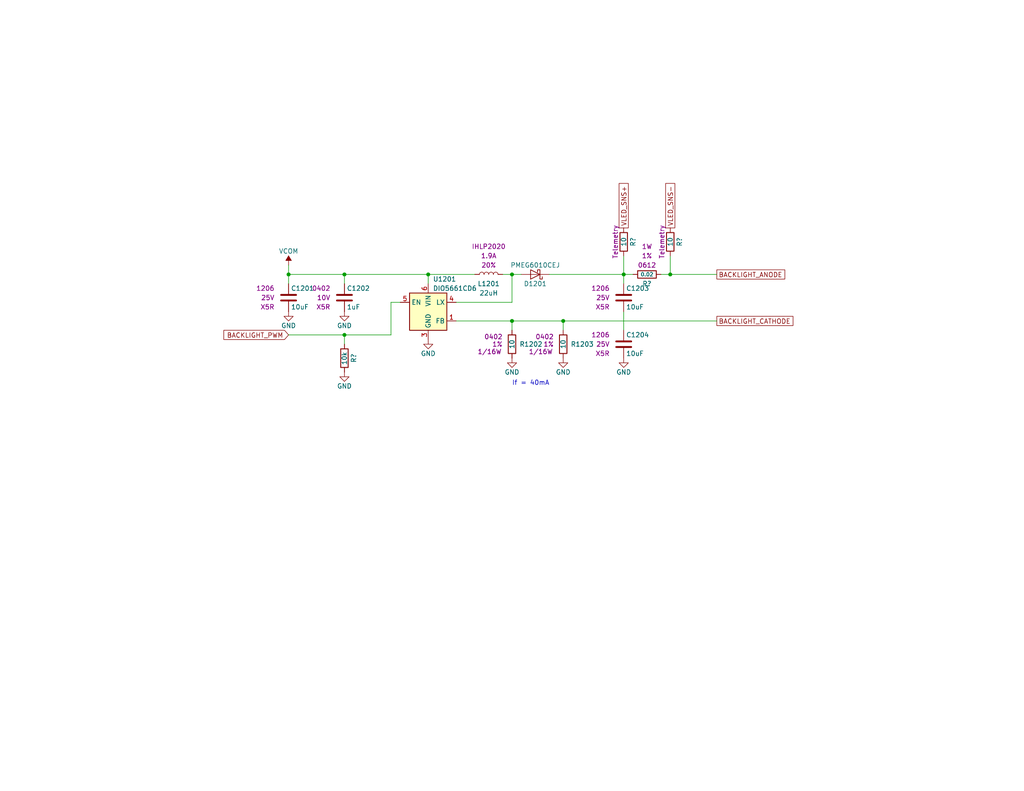
<source format=kicad_sch>
(kicad_sch (version 20231120) (generator "eeschema") (generator_version "8.0")
  (paper "A")
  (title_block (title "Thermal Camera") (date "2024-05-24") (rev "PRELIM") (company "Drew Maatman and Michael Laffin"))
  (lib_symbols
    (symbol "Custom_Library:C_Custom" (pin_numbers hide) (pin_names (offset 0.254))
      (property "Reference" "C" (at 0.635 2.54 0))
      (property "Value" "C_Custom" (at 0.635 -2.54 0))
      (property "display_footprint" "Foot" (at -3.81 2.54 0))
      (property "Voltage" "V" (at -3.81 0 0))
      (property "Dielectric" "Er" (at -3.81 -2.54 0))
      (symbol "C_Custom_0_1"
        (polyline (pts (xy -2.032 -0.762) (xy 2.032 -0.762)) (stroke (width 0.508)))
        (polyline (pts (xy -2.032 0.762) (xy 2.032 0.762)) (stroke (width 0.508)))
      )
      (symbol "C_Custom_1_1"
        (pin passive line (at 0 3.81 270) (length 2.794) (name "~") (number "1"))
        (pin passive line (at 0 -3.81 90) (length 2.794) (name "~") (number "2"))
      )
    )
    (symbol "Custom_Library:L_Custom" (pin_numbers hide) (pin_names (offset 1.016) hide)
      (property "Reference" "L" (at -1.27 0 90))
      (property "Value" "L_Custom" (at 1.905 0 90))
      (property "display_footprint" "Foot" (at 3.81 0 90))
      (property "Ampacity" "A" (at 6.35 0 90))
      (property "Tolerance" "Tol" (at 8.89 0 90))
      (symbol "L_Custom_0_1"
        (arc (start 0 -2.54) (mid 0.6323 -1.905) (end 0 -1.27))
        (arc (start 0 -1.27) (mid 0.6323 -0.635) (end 0 0))
        (arc (start 0 0) (mid 0.6323 0.635) (end 0 1.27))
        (arc (start 0 1.27) (mid 0.6323 1.905) (end 0 2.54))
      )
      (symbol "L_Custom_1_1"
        (pin passive line (at 0 3.81 270) (length 1.27) (name "1") (number "1"))
        (pin passive line (at 0 -3.81 90) (length 1.27) (name "2") (number "2"))
      )
    )
    (symbol "Custom_Library:R_Custom" (pin_numbers hide) (pin_names (offset 1.016) hide)
      (property "Reference" "R" (at -2.54 0 90))
      (property "Value" "R_Custom" (at 0 0 90))
      (property "display_footprint" "Foot" (at 2.54 0 90))
      (property "Tolerance" "Tol" (at 5.08 0 90))
      (property "Wattage" "W" (at 7.62 0 90))
      (symbol "R_Custom_0_1"
        (rectangle (start 1.016 2.54) (end -1.016 -2.54) (stroke (width 0.254)))
      )
      (symbol "R_Custom_1_1"
        (pin passive line (at 0 3.81 270) (length 1.27) (name "1") (number "1"))
        (pin passive line (at 0 -3.81 90) (length 1.27) (name "2") (number "2"))
      )
    )
    (symbol "Diode:PMEG6010CEJ" (pin_numbers hide) (pin_names hide)
      (property "Reference" "D" (at 0 2.54 0))
      (property "Value" "PMEG6010CEJ" (at 0 -2.54 0))
      (symbol "PMEG6010CEJ_0_1"
        (polyline (pts (xy 1.27 0) (xy -1.27 0)))
        (polyline (pts (xy 1.27 1.27) (xy 1.27 -1.27) (xy -1.27 0) (xy 1.27 1.27)) (stroke (width 0.2032)))
        (polyline (pts (xy -1.905 0.635) (xy -1.905 1.27) (xy -1.27 1.27) (xy -1.27 -1.27) (xy -0.635 -1.27) (xy -0.635 -0.635)) (stroke (width 0.2032)))
      )
      (symbol "PMEG6010CEJ_1_1"
        (pin passive line (at -3.81 0 0) (length 2.54) (name "K") (number "1"))
        (pin passive line (at 3.81 0 180) (length 2.54) (name "A") (number "2"))
      )
    )
    (symbol "Driver_LED:DIO5661CD6"
      (property "Reference" "U" (at 2.54 10.16 0))
      (property "Value" "DIO5661CD6" (at 7.62 7.62 0))
      (symbol "DIO5661CD6_0_1"
        (rectangle (start 5.08 -5.08) (end -5.08 5.08) (stroke (width 0.254)) (fill (type background)))
      )
      (symbol "DIO5661CD6_1_1"
        (pin input line (at 7.62 -2.54 180) (length 2.54) (name "FB") (number "1"))
        (pin no_connect line (at -5.08 -2.54 0) (length 2.54) hide (name "~") (number "2"))
        (pin power_in line (at 0 -7.62 90) (length 2.54) (name "GND") (number "3"))
        (pin open_collector line (at 7.62 2.54 180) (length 2.54) (name "LX") (number "4"))
        (pin input line (at -7.62 2.54 0) (length 2.54) (name "EN") (number "5"))
        (pin power_in line (at 0 7.62 270) (length 2.54) (name "VIN") (number "6"))
        (pin passive line (at 0 -7.62 90) (length 2.54) hide (name "GND") (number "7"))
      )
    )
    (symbol "power:GND" (power) (pin_names (offset 0))
      (property "Value" "GND" (at 0 -3.81 0))
      (symbol "GND_0_1"
        (polyline (pts (xy 0 0) (xy 0 -1.27) (xy 1.27 -1.27) (xy 0 -2.54) (xy -1.27 -1.27) (xy 0 -1.27)))
      )
      (symbol "GND_1_1"
        (pin power_in line (at 0 0 270) (length 0) hide (name "GND") (number "1"))
      )
    )
    (symbol "power:VCOM" (power) (pin_names (offset 0))
      (property "Value" "VCOM" (at 0 3.81 0))
      (symbol "VCOM_0_1"
        (polyline (pts (xy 0 0) (xy 0 2.54)))
        (polyline (pts (xy 0.762 1.27) (xy -0.762 1.27) (xy 0 2.54) (xy 0.762 1.27)) (fill (type outline)))
      )
      (symbol "VCOM_1_1"
        (pin power_in line (at 0 0 90) (length 0) hide (name "VCOM") (number "1"))
      )
    )
  )
  (junction (at 93.98 74.93))
  (junction (at 116.84 74.93))
  (junction (at 139.7 74.93))
  (junction (at 153.67 87.63))
  (junction (at 170.18 74.93))
  (junction (at 78.74 74.93))
  (junction (at 182.88 74.93))
  (junction (at 93.98 91.44))
  (junction (at 139.7 87.63))
  (wire (pts (xy 139.7 74.93) (xy 137.16 74.93)))
  (wire (pts (xy 106.68 82.55) (xy 106.68 91.44)))
  (wire (pts (xy 124.46 82.55) (xy 139.7 82.55)))
  (wire (pts (xy 78.74 74.93) (xy 93.98 74.93)))
  (wire (pts (xy 149.86 74.93) (xy 170.18 74.93)))
  (wire (pts (xy 153.67 87.63) (xy 153.67 90.17)))
  (wire (pts (xy 170.18 85.09) (xy 170.18 90.17)))
  (wire (pts (xy 139.7 90.17) (xy 139.7 87.63)))
  (wire (pts (xy 139.7 74.93) (xy 142.24 74.93)))
  (wire (pts (xy 182.88 74.93) (xy 195.58 74.93)))
  (wire (pts (xy 182.88 74.93) (xy 182.88 69.85)))
  (wire (pts (xy 93.98 74.93) (xy 93.98 77.47)))
  (wire (pts (xy 139.7 87.63) (xy 153.67 87.63)))
  (wire (pts (xy 78.74 72.39) (xy 78.74 74.93)))
  (wire (pts (xy 78.74 77.47) (xy 78.74 74.93)))
  (wire (pts (xy 124.46 87.63) (xy 139.7 87.63)))
  (wire (pts (xy 109.22 82.55) (xy 106.68 82.55)))
  (wire (pts (xy 106.68 91.44) (xy 93.98 91.44)))
  (wire (pts (xy 139.7 82.55) (xy 139.7 74.93)))
  (wire (pts (xy 180.34 74.93) (xy 182.88 74.93)))
  (wire (pts (xy 93.98 74.93) (xy 116.84 74.93)))
  (wire (pts (xy 153.67 87.63) (xy 195.58 87.63)))
  (wire (pts (xy 116.84 74.93) (xy 116.84 77.47)))
  (wire (pts (xy 170.18 74.93) (xy 170.18 69.85)))
  (wire (pts (xy 170.18 74.93) (xy 170.18 77.47)))
  (wire (pts (xy 93.98 91.44) (xy 93.98 93.98)))
  (wire (pts (xy 78.74 91.44) (xy 93.98 91.44)))
  (wire (pts (xy 172.72 74.93) (xy 170.18 74.93)))
  (wire (pts (xy 116.84 74.93) (xy 129.54 74.93)))
  (text "If = 40mA" (at 139.7 105.41 0) (effects (font (size 1.27 1.27)) (justify left bottom)))
  (global_label "BACKLIGHT_PWM" (shape input) (at 78.74 91.44 180) (property "Intersheetrefs" "${INTERSHEET_REFS}" (effects (hide yes))))
  (global_label "BACKLIGHT_CATHODE" (shape passive) (at 195.58 87.63 0) (property "Intersheetrefs" "${INTERSHEET_REFS}" (effects (hide yes))))
  (global_label "VLED_SNS-" (shape passive) (at 182.88 62.23 90) (property "Intersheetrefs" "${INTERSHEET_REFS}" (effects (hide yes))))
  (global_label "VLED_SNS+" (shape passive) (at 170.18 62.23 90) (property "Intersheetrefs" "${INTERSHEET_REFS}" (effects (hide yes))))
  (global_label "BACKLIGHT_ANODE" (shape passive) (at 195.58 74.93 0) (property "Intersheetrefs" "${INTERSHEET_REFS}" (effects (hide yes))))
  (symbol (lib_id "power:GND") (at 93.98 85.09 0) (unit 1)
    (property "Reference" "#PWR01203" (effects (hide yes)))
    (property "Value" "GND" (at 93.98 88.9 0))
    (instances (project "Thermal_Camera" (path "" (reference "#PWR01203") (unit 1))) (project "USB_Hub" (path "" (reference "#PWR?") (unit 1))) (project "Pulse_Oximeter" (path "" (reference "#PWR?") (unit 1))))
  )
  (symbol (lib_id "Custom_Library:R_Custom") (at 170.18 66.04 0) (mirror y) (unit 1)
    (property "Reference" "R?" (at 172.72 66.04 90))
    (property "Value" "10" (at 170.18 66.04 90))
    (property "Footprint" "Resistors_SMD:R_0402" (effects (hide yes)))
    (property "display_footprint" "0402" (effects (hide yes)))
    (property "Tolerance" "1%" (effects (hide yes)))
    (property "Wattage" "1/16W" (effects (hide yes)))
    (property "Digi-Key PN" "RMCF0402FT10R0CT-ND" (effects (hide yes)))
    (property "Configuration" "Telemetry" (at 167.894 66.04 90))
    (instances (project "Nixie_Clock_Core" (path "" (reference "R?") (unit 1)) (path "" (reference "R?") (unit 1))) (project "LED_Panel_Controller" (path "" (reference "R?") (unit 1)) (path "" (reference "R?") (unit 1)) (path "" (reference "R?") (unit 1)) (path "" (reference "R?") (unit 1)) (path "" (reference "R?") (unit 1)) (path "" (reference "R?") (unit 1)) (path "" (reference "R?") (unit 1)) (path "" (reference "R?") (unit 1)) (path "" (reference "R?") (unit 1))) (project "Thermal_Camera" (path "" (reference "R1204") (unit 1))))
  )
  (symbol (lib_id "Custom_Library:R_Custom") (at 139.7 93.98 0) (mirror y) (unit 1)
    (property "Reference" "R1202" (at 141.732 93.98 0) (effects (justify right)))
    (property "Value" "10" (at 139.7 93.98 90))
    (property "Footprint" "Resistors_SMD:R_0402" (effects (hide yes)))
    (property "display_footprint" "0402" (at 137.16 91.948 0) (effects (justify left)))
    (property "Tolerance" "1%" (at 137.16 93.98 0) (effects (justify left)))
    (property "Wattage" "1/16W" (at 136.906 96.012 0) (effects (justify left)))
    (property "Digi-Key PN" "RMCF0402FT10R0CT-ND" (effects (hide yes)))
    (instances (project "Thermal_Camera" (path "" (reference "R1202") (unit 1))) (project "Analog_Clock" (path "" (reference "R?") (unit 1)) (path "" (reference "R?") (unit 1)) (path "" (reference "R?") (unit 1)) (path "" (reference "R?") (unit 1)) (path "" (reference "R?") (unit 1)) (path "" (reference "R?") (unit 1)) (path "" (reference "R?") (unit 1)) (path "" (reference "R?") (unit 1)) (path "" (reference "R?") (unit 1)) (path "" (reference "R?") (unit 1)) (path "" (reference "R?") (unit 1)) (path "" (reference "R?") (unit 1))) (project "USB_Hub" (path "" (reference "R?") (unit 1))))
  )
  (symbol (lib_id "Custom_Library:L_Custom") (at 133.35 74.93 90) (unit 1)
    (property "Reference" "L1201" (at 133.35 77.47 90))
    (property "Value" "22uH" (at 133.35 80.01 90))
    (property "Footprint" "Inductor_SMD:L_Vishay_IHLP-2020" (effects (hide yes)))
    (property "display_footprint" "IHLP2020" (at 133.35 67.31 90))
    (property "Ampacity" "1.9A" (at 133.35 69.85 90))
    (property "Tolerance" "20%" (at 133.35 72.39 90))
    (property "Digi-Key PN" "541-1243-1-ND" (effects (hide yes)))
    (instances (project "Thermal_Camera" (path "" (reference "L1201") (unit 1))) (project "LED_Panel_Controller" (path "" (reference "L?") (unit 1)) (path "" (reference "L?") (unit 1))) (project "USB_Hub" (path "" (reference "L?") (unit 1))))
  )
  (symbol (lib_id "Driver_LED:DIO5661CD6") (at 116.84 85.09 0) (unit 1)
    (property "Reference" "U1201" (at 118.11 76.2 0) (effects (justify left)))
    (property "Value" "DIO5661CD6" (at 118.11 78.74 0) (effects (justify left)))
    (property "Footprint" "Package_DFN_QFN:DFN-6-1EP_2x2mm_P0.65mm_EP1x1.6mm" (effects (hide yes)))
    (property "Datasheet" "http://www.dioo.com/uploads/product/20190311/e6c7f30c0fbe92fbfa6965c8ef1c5b19.pdf" (effects (hide yes)))
  )
  (symbol (lib_id "Custom_Library:R_Custom") (at 153.67 93.98 0) (mirror y) (unit 1)
    (property "Reference" "R1203" (at 155.702 93.98 0) (effects (justify right)))
    (property "Value" "10" (at 153.67 93.98 90))
    (property "Footprint" "Resistors_SMD:R_0402" (effects (hide yes)))
    (property "display_footprint" "0402" (at 151.13 91.948 0) (effects (justify left)))
    (property "Tolerance" "1%" (at 151.13 93.98 0) (effects (justify left)))
    (property "Wattage" "1/16W" (at 150.876 96.012 0) (effects (justify left)))
    (property "Digi-Key PN" "RMCF0402FT10R0CT-ND" (effects (hide yes)))
    (instances (project "Thermal_Camera" (path "" (reference "R1203") (unit 1))) (project "Analog_Clock" (path "" (reference "R?") (unit 1)) (path "" (reference "R?") (unit 1)) (path "" (reference "R?") (unit 1)) (path "" (reference "R?") (unit 1)) (path "" (reference "R?") (unit 1)) (path "" (reference "R?") (unit 1)) (path "" (reference "R?") (unit 1)) (path "" (reference "R?") (unit 1)) (path "" (reference "R?") (unit 1)) (path "" (reference "R?") (unit 1)) (path "" (reference "R?") (unit 1)) (path "" (reference "R?") (unit 1))) (project "USB_Hub" (path "" (reference "R?") (unit 1))))
  )
  (symbol (lib_id "Custom_Library:C_Custom") (at 170.18 81.28 0) (unit 1)
    (property "Reference" "C1203" (at 170.815 78.74 0) (effects (justify left)))
    (property "Value" "10uF" (at 170.815 83.82 0) (effects (justify left)))
    (property "Footprint" "Capacitors_SMD:C_1206" (effects (hide yes)))
    (property "display_footprint" "1206" (at 166.37 78.74 0) (effects (justify right)))
    (property "Voltage" "25V" (at 166.37 81.28 0) (effects (justify right)))
    (property "Dielectric" "X5R" (at 166.37 83.82 0) (effects (justify right)))
    (property "Digi-Key PN" "399-8153-1-ND" (effects (hide yes)))
    (instances (project "Thermal_Camera" (path "" (reference "C1203") (unit 1))) (project "LED_Panel_Controller" (path "" (reference "C?") (unit 1)) (path "" (reference "C?") (unit 1)) (path "" (reference "C?") (unit 1)) (path "" (reference "C?") (unit 1)) (path "" (reference "C?") (unit 1))) (project "USB_Hub" (path "" (reference "C?") (unit 1))))
  )
  (symbol (lib_id "Custom_Library:R_Custom") (at 176.53 74.93 90) (unit 1)
    (property "Reference" "R?" (at 176.53 77.47 90))
    (property "Value" "0.02" (at 176.53 74.93 90) (effects (font (size 1.016 1.016))))
    (property "Footprint" "Resistors_SMD:R_0612" (effects (hide yes)))
    (property "Digi-Key PN" "P16010CT-ND" (effects (hide yes)))
    (property "display_footprint" "0612" (at 176.53 72.39 90))
    (property "Tolerance" "1%" (at 176.53 69.85 90))
    (property "Wattage" "1W" (at 176.53 67.31 90))
    (instances (project "Nixie_Clock_Core" (path "" (reference "R?") (unit 1)) (path "" (reference "R?") (unit 1))) (project "LED_Panel_Controller" (path "" (reference "R?") (unit 1)) (path "" (reference "R?") (unit 1)) (path "" (reference "R?") (unit 1)) (path "" (reference "R?") (unit 1)) (path "" (reference "R?") (unit 1)) (path "" (reference "R?") (unit 1)) (path "" (reference "R?") (unit 1)) (path "" (reference "R?") (unit 1)) (path "" (reference "R?") (unit 1))) (project "Thermal_Camera" (path "" (reference "R1205") (unit 1))))
  )
  (symbol (lib_id "Custom_Library:R_Custom") (at 182.88 66.04 0) (mirror y) (unit 1)
    (property "Reference" "R?" (at 185.42 66.04 90))
    (property "Value" "10" (at 182.88 66.04 90))
    (property "Footprint" "Resistors_SMD:R_0402" (effects (hide yes)))
    (property "display_footprint" "0402" (effects (hide yes)))
    (property "Tolerance" "1%" (effects (hide yes)))
    (property "Wattage" "1/16W" (effects (hide yes)))
    (property "Digi-Key PN" "RMCF0402FT10R0CT-ND" (effects (hide yes)))
    (property "Configuration" "Telemetry" (at 180.594 66.04 90))
    (instances (project "Nixie_Clock_Core" (path "" (reference "R?") (unit 1)) (path "" (reference "R?") (unit 1))) (project "LED_Panel_Controller" (path "" (reference "R?") (unit 1)) (path "" (reference "R?") (unit 1)) (path "" (reference "R?") (unit 1)) (path "" (reference "R?") (unit 1)) (path "" (reference "R?") (unit 1)) (path "" (reference "R?") (unit 1)) (path "" (reference "R?") (unit 1)) (path "" (reference "R?") (unit 1)) (path "" (reference "R?") (unit 1))) (project "Thermal_Camera" (path "" (reference "R1206") (unit 1))))
  )
  (symbol (lib_id "power:GND") (at 139.7 97.79 0) (mirror y) (unit 1)
    (property "Reference" "#PWR?" (effects (hide yes)))
    (property "Value" "GND" (at 139.7 101.6 0))
    (instances (project "Analog_Clock" (path "" (reference "#PWR?") (unit 1))) (project "Nixie_Clock_Core" (path "" (reference "#PWR?") (unit 1))) (project "Thermal_Camera" (path "" (reference "#PWR01206") (unit 1))))
  )
  (symbol (lib_id "power:GND") (at 170.18 97.79 0) (unit 1)
    (property "Reference" "#PWR01208" (effects (hide yes)))
    (property "Value" "GND" (at 170.18 101.6 0))
    (instances (project "Thermal_Camera" (path "" (reference "#PWR01208") (unit 1))) (project "LED_Panel_Controller" (path "" (reference "#PWR?") (unit 1)) (path "" (reference "#PWR?") (unit 1)) (path "" (reference "#PWR?") (unit 1)) (path "" (reference "#PWR?") (unit 1)) (path "" (reference "#PWR?") (unit 1))) (project "USB_Hub" (path "" (reference "#PWR?") (unit 1))))
  )
  (symbol (lib_id "power:GND") (at 78.74 85.09 0) (unit 1)
    (property "Reference" "#PWR01202" (effects (hide yes)))
    (property "Value" "GND" (at 78.74 88.9 0))
    (instances (project "Thermal_Camera" (path "" (reference "#PWR01202") (unit 1))) (project "LED_Panel_Controller" (path "" (reference "#PWR?") (unit 1)) (path "" (reference "#PWR?") (unit 1)) (path "" (reference "#PWR?") (unit 1)) (path "" (reference "#PWR?") (unit 1)) (path "" (reference "#PWR?") (unit 1))) (project "USB_Hub" (path "" (reference "#PWR?") (unit 1))))
  )
  (symbol (lib_id "power:GND") (at 116.84 92.71 0) (unit 1)
    (property "Reference" "#PWR01205" (effects (hide yes)))
    (property "Value" "GND" (at 116.84 96.52 0))
  )
  (symbol (lib_id "Custom_Library:C_Custom") (at 170.18 93.98 0) (unit 1)
    (property "Reference" "C1204" (at 170.815 91.44 0) (effects (justify left)))
    (property "Value" "10uF" (at 170.815 96.52 0) (effects (justify left)))
    (property "Footprint" "Capacitors_SMD:C_1206" (effects (hide yes)))
    (property "display_footprint" "1206" (at 166.37 91.44 0) (effects (justify right)))
    (property "Voltage" "25V" (at 166.37 93.98 0) (effects (justify right)))
    (property "Dielectric" "X5R" (at 166.37 96.52 0) (effects (justify right)))
    (property "Digi-Key PN" "399-8153-1-ND" (effects (hide yes)))
    (instances (project "Thermal_Camera" (path "" (reference "C1204") (unit 1))) (project "LED_Panel_Controller" (path "" (reference "C?") (unit 1)) (path "" (reference "C?") (unit 1)) (path "" (reference "C?") (unit 1)) (path "" (reference "C?") (unit 1)) (path "" (reference "C?") (unit 1))) (project "USB_Hub" (path "" (reference "C?") (unit 1))))
  )
  (symbol (lib_id "Custom_Library:C_Custom") (at 78.74 81.28 0) (unit 1)
    (property "Reference" "C1201" (at 79.375 78.74 0) (effects (justify left)))
    (property "Value" "10uF" (at 79.375 83.82 0) (effects (justify left)))
    (property "Footprint" "Capacitors_SMD:C_1206" (effects (hide yes)))
    (property "display_footprint" "1206" (at 74.93 78.74 0) (effects (justify right)))
    (property "Voltage" "25V" (at 74.93 81.28 0) (effects (justify right)))
    (property "Dielectric" "X5R" (at 74.93 83.82 0) (effects (justify right)))
    (property "Digi-Key PN" "399-8153-1-ND" (effects (hide yes)))
    (instances (project "Thermal_Camera" (path "" (reference "C1201") (unit 1))) (project "LED_Panel_Controller" (path "" (reference "C?") (unit 1)) (path "" (reference "C?") (unit 1)) (path "" (reference "C?") (unit 1)) (path "" (reference "C?") (unit 1)) (path "" (reference "C?") (unit 1))) (project "USB_Hub" (path "" (reference "C?") (unit 1))))
  )
  (symbol (lib_id "Custom_Library:R_Custom") (at 93.98 97.79 180) (unit 1)
    (property "Reference" "R?" (at 96.52 97.79 90))
    (property "Value" "10k" (at 93.98 96.012 90) (effects (justify left)))
    (property "Footprint" "Resistors_SMD:R_0402" (effects (hide yes)))
    (property "display_footprint" "0402" (effects (hide yes)))
    (property "Tolerance" "1%" (effects (hide yes)))
    (property "Wattage" "1/16W" (effects (hide yes)))
    (property "Digi-Key PN" "RMCF0402FT10K0CT-ND" (effects (hide yes)))
    (instances (project "Nixie_Clock_Core" (path "" (reference "R?") (unit 1))) (project "LED_Panel_Controller" (path "" (reference "R?") (unit 1)) (path "" (reference "R?") (unit 1)) (path "" (reference "R?") (unit 1)) (path "" (reference "R?") (unit 1)) (path "" (reference "R?") (unit 1)) (path "" (reference "R?") (unit 1))) (project "Thermal_Camera" (path "" (reference "R1201") (unit 1))))
  )
  (symbol (lib_id "Custom_Library:C_Custom") (at 93.98 81.28 0) (unit 1)
    (property "Reference" "C1202" (at 94.615 78.74 0) (effects (justify left)))
    (property "Value" "1uF" (at 94.615 83.82 0) (effects (justify left)))
    (property "Footprint" "Capacitors_SMD:C_0402" (effects (hide yes)))
    (property "display_footprint" "0402" (at 90.17 78.74 0) (effects (justify right)))
    (property "Voltage" "10V" (at 90.17 81.28 0) (effects (justify right)))
    (property "Dielectric" "X5R" (at 90.17 83.82 0) (effects (justify right)))
    (property "Digi-Key PN" "311-1439-1-ND" (effects (hide yes)))
    (instances (project "Thermal_Camera" (path "" (reference "C1202") (unit 1))) (project "USB_Hub" (path "" (reference "C?") (unit 1))) (project "Pulse_Oximeter" (path "" (reference "C?") (unit 1)) (path "" (reference "C?") (unit 1)) (path "" (reference "C?") (unit 1)) (path "" (reference "C?") (unit 1)) (path "" (reference "C?") (unit 1)) (path "" (reference "C?") (unit 1)) (path "" (reference "C?") (unit 1)) (path "" (reference "C?") (unit 1))))
  )
  (symbol (lib_id "power:GND") (at 93.98 101.6 0) (unit 1)
    (property "Reference" "#PWR01204" (effects (hide yes)))
    (property "Value" "GND" (at 93.98 105.41 0))
  )
  (symbol (lib_id "Diode:PMEG6010CEJ") (at 146.05 74.93 180) (unit 1)
    (property "Reference" "D1201" (at 146.05 77.47 0))
    (property "Value" "PMEG6010CEJ" (at 146.05 72.39 0))
    (property "Footprint" "Diode_SMD:D_SOD-323F" (effects (hide yes)))
    (property "Datasheet" "https://assets.nexperia.com/documents/data-sheet/PMEG6010CEH_PMEG6010CEJ.pdf" (effects (hide yes)))
    (property "Digi-Key PN" "1727-3882-1-ND" (effects (hide yes)))
  )
  (symbol (lib_id "power:VCOM") (at 78.74 72.39 0) (unit 1)
    (property "Reference" "#PWR01201" (effects (hide yes)))
    (property "Value" "VCOM" (at 78.74 68.58 0))
  )
  (symbol (lib_id "power:GND") (at 153.67 97.79 0) (mirror y) (unit 1)
    (property "Reference" "#PWR?" (effects (hide yes)))
    (property "Value" "GND" (at 153.67 101.6 0))
    (instances (project "Analog_Clock" (path "" (reference "#PWR?") (unit 1))) (project "Nixie_Clock_Core" (path "" (reference "#PWR?") (unit 1))) (project "Thermal_Camera" (path "" (reference "#PWR01207") (unit 1))))
  )
)
</source>
